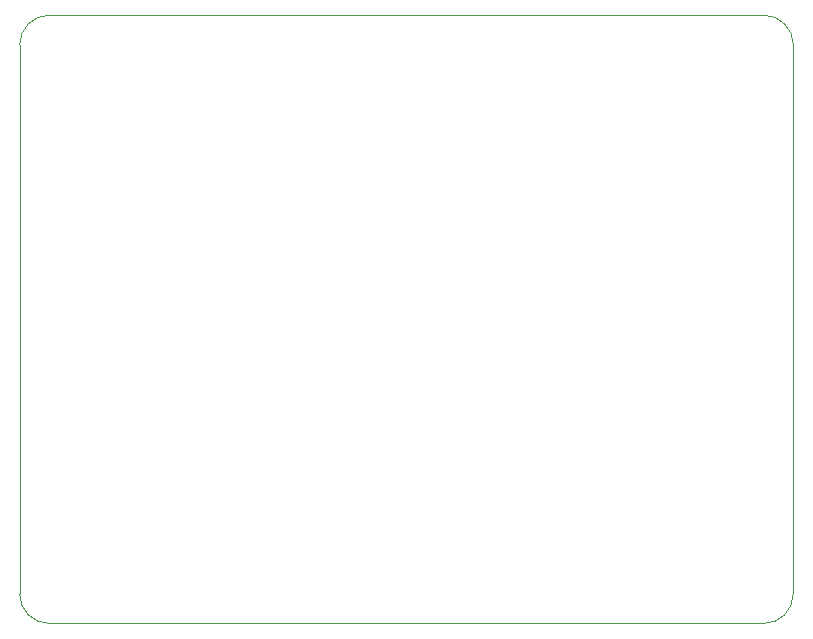
<source format=gbr>
%TF.GenerationSoftware,KiCad,Pcbnew,9.0.6*%
%TF.CreationDate,2025-11-16T14:16:20+11:00*%
%TF.ProjectId,TaikoPcb,5461696b-6f50-4636-922e-6b696361645f,rev?*%
%TF.SameCoordinates,Original*%
%TF.FileFunction,Profile,NP*%
%FSLAX46Y46*%
G04 Gerber Fmt 4.6, Leading zero omitted, Abs format (unit mm)*
G04 Created by KiCad (PCBNEW 9.0.6) date 2025-11-16 14:16:20*
%MOMM*%
%LPD*%
G01*
G04 APERTURE LIST*
%TA.AperFunction,Profile*%
%ADD10C,0.050000*%
%TD*%
G04 APERTURE END LIST*
D10*
X114000000Y-84500000D02*
X174500000Y-84500000D01*
X174500000Y-33000000D02*
X114000000Y-33000000D01*
X111500000Y-35500000D02*
G75*
G02*
X114000000Y-33000000I2500000J0D01*
G01*
X111500000Y-35500000D02*
X111500000Y-82000000D01*
X114000000Y-84500000D02*
G75*
G02*
X111500000Y-82000000I0J2500000D01*
G01*
X177000000Y-82000000D02*
X177000000Y-35500000D01*
X177000000Y-82000000D02*
G75*
G02*
X174500000Y-84500000I-2500000J0D01*
G01*
X174500000Y-33000000D02*
G75*
G02*
X177000000Y-35500000I0J-2500000D01*
G01*
M02*

</source>
